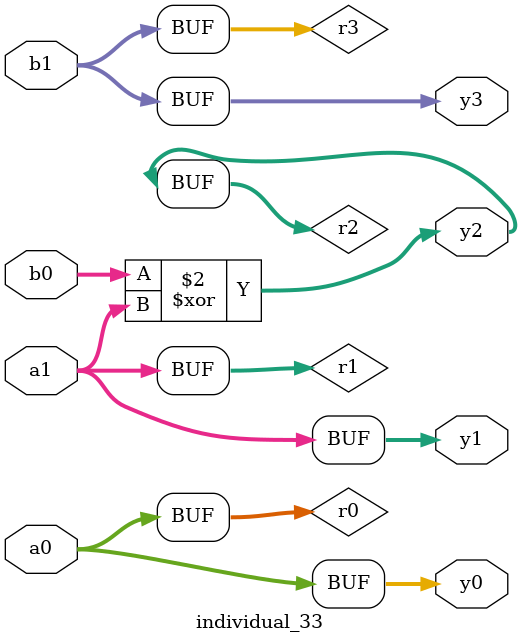
<source format=sv>
module individual_33(input logic [15:0] a1, input logic [15:0] a0, input logic [15:0] b1, input logic [15:0] b0, output logic [15:0] y3, output logic [15:0] y2, output logic [15:0] y1, output logic [15:0] y0);
logic [15:0] r0, r1, r2, r3; 
 always@(*) begin 
	 r0 = a0; r1 = a1; r2 = b0; r3 = b1; 
 	 r2  ^=  r1 ;
 	 y3 = r3; y2 = r2; y1 = r1; y0 = r0; 
end
endmodule
</source>
